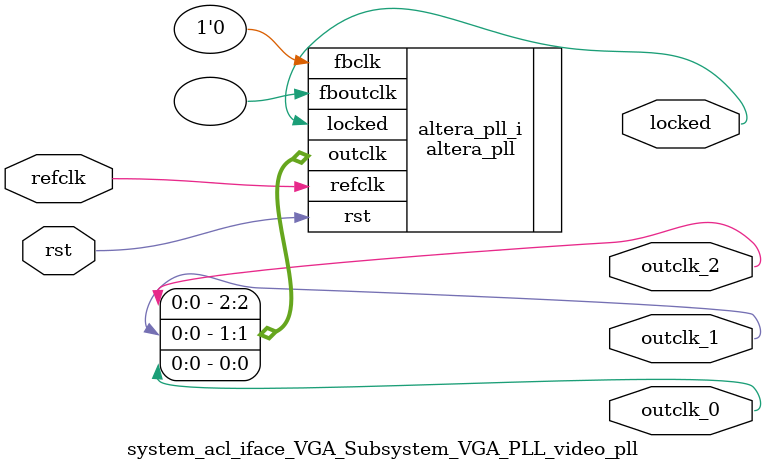
<source format=v>
`timescale 1ns/10ps
module  system_acl_iface_VGA_Subsystem_VGA_PLL_video_pll(

	// interface 'refclk'
	input wire refclk,

	// interface 'reset'
	input wire rst,

	// interface 'outclk0'
	output wire outclk_0,

	// interface 'outclk1'
	output wire outclk_1,

	// interface 'outclk2'
	output wire outclk_2,

	// interface 'locked'
	output wire locked
);

	altera_pll #(
		.fractional_vco_multiplier("false"),
		.reference_clock_frequency("50.0 MHz"),
		.operation_mode("direct"),
		.number_of_clocks(3),
		.output_clock_frequency0("25.000000 MHz"),
		.phase_shift0("0 ps"),
		.duty_cycle0(50),
		.output_clock_frequency1("25.000000 MHz"),
		.phase_shift1("0 ps"),
		.duty_cycle1(50),
		.output_clock_frequency2("33.000000 MHz"),
		.phase_shift2("0 ps"),
		.duty_cycle2(50),
		.output_clock_frequency3("0 MHz"),
		.phase_shift3("0 ps"),
		.duty_cycle3(50),
		.output_clock_frequency4("0 MHz"),
		.phase_shift4("0 ps"),
		.duty_cycle4(50),
		.output_clock_frequency5("0 MHz"),
		.phase_shift5("0 ps"),
		.duty_cycle5(50),
		.output_clock_frequency6("0 MHz"),
		.phase_shift6("0 ps"),
		.duty_cycle6(50),
		.output_clock_frequency7("0 MHz"),
		.phase_shift7("0 ps"),
		.duty_cycle7(50),
		.output_clock_frequency8("0 MHz"),
		.phase_shift8("0 ps"),
		.duty_cycle8(50),
		.output_clock_frequency9("0 MHz"),
		.phase_shift9("0 ps"),
		.duty_cycle9(50),
		.output_clock_frequency10("0 MHz"),
		.phase_shift10("0 ps"),
		.duty_cycle10(50),
		.output_clock_frequency11("0 MHz"),
		.phase_shift11("0 ps"),
		.duty_cycle11(50),
		.output_clock_frequency12("0 MHz"),
		.phase_shift12("0 ps"),
		.duty_cycle12(50),
		.output_clock_frequency13("0 MHz"),
		.phase_shift13("0 ps"),
		.duty_cycle13(50),
		.output_clock_frequency14("0 MHz"),
		.phase_shift14("0 ps"),
		.duty_cycle14(50),
		.output_clock_frequency15("0 MHz"),
		.phase_shift15("0 ps"),
		.duty_cycle15(50),
		.output_clock_frequency16("0 MHz"),
		.phase_shift16("0 ps"),
		.duty_cycle16(50),
		.output_clock_frequency17("0 MHz"),
		.phase_shift17("0 ps"),
		.duty_cycle17(50),
		.pll_type("General"),
		.pll_subtype("General")
	) altera_pll_i (
		.rst	(rst),
		.outclk	({outclk_2, outclk_1, outclk_0}),
		.locked	(locked),
		.fboutclk	( ),
		.fbclk	(1'b0),
		.refclk	(refclk)
	);
endmodule


</source>
